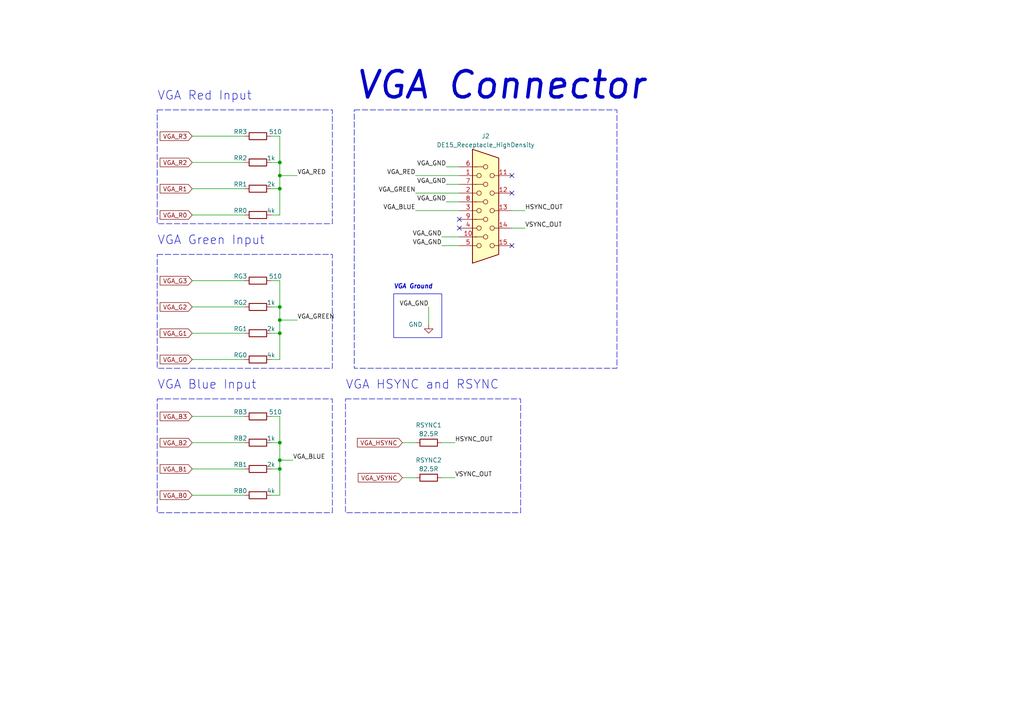
<source format=kicad_sch>
(kicad_sch (version 20230121) (generator eeschema)

  (uuid 6a2ca8c5-96d2-4f6a-bf94-56d2d63972ff)

  (paper "A4")

  (lib_symbols
    (symbol "Connector:DE15_Receptacle_HighDensity" (pin_names (offset 1.016) hide) (in_bom yes) (on_board yes)
      (property "Reference" "J" (at 0 21.59 0)
        (effects (font (size 1.27 1.27)))
      )
      (property "Value" "DE15_Receptacle_HighDensity" (at 0 19.05 0)
        (effects (font (size 1.27 1.27)))
      )
      (property "Footprint" "" (at -24.13 10.16 0)
        (effects (font (size 1.27 1.27)) hide)
      )
      (property "Datasheet" " ~" (at -24.13 10.16 0)
        (effects (font (size 1.27 1.27)) hide)
      )
      (property "ki_keywords" "connector  receptacle de15 VGA female D-SUB" (at 0 0 0)
        (effects (font (size 1.27 1.27)) hide)
      )
      (property "ki_description" "15-pin female receptacle socket D-SUB connector, High density (3 columns), Triple Row, Generic, VGA-connector" (at 0 0 0)
        (effects (font (size 1.27 1.27)) hide)
      )
      (property "ki_fp_filters" "DSUB*Female*" (at 0 0 0)
        (effects (font (size 1.27 1.27)) hide)
      )
      (symbol "DE15_Receptacle_HighDensity_0_1"
        (circle (center -1.905 -10.16) (radius 0.635)
          (stroke (width 0) (type default))
          (fill (type none))
        )
        (circle (center -1.905 -5.08) (radius 0.635)
          (stroke (width 0) (type default))
          (fill (type none))
        )
        (circle (center -1.905 0) (radius 0.635)
          (stroke (width 0) (type default))
          (fill (type none))
        )
        (circle (center -1.905 5.08) (radius 0.635)
          (stroke (width 0) (type default))
          (fill (type none))
        )
        (circle (center -1.905 10.16) (radius 0.635)
          (stroke (width 0) (type default))
          (fill (type none))
        )
        (circle (center 0 -7.62) (radius 0.635)
          (stroke (width 0) (type default))
          (fill (type none))
        )
        (circle (center 0 -2.54) (radius 0.635)
          (stroke (width 0) (type default))
          (fill (type none))
        )
        (polyline
          (pts
            (xy -3.175 7.62)
            (xy -0.635 7.62)
          )
          (stroke (width 0) (type default))
          (fill (type none))
        )
        (polyline
          (pts
            (xy -0.635 -7.62)
            (xy -3.175 -7.62)
          )
          (stroke (width 0) (type default))
          (fill (type none))
        )
        (polyline
          (pts
            (xy -0.635 -2.54)
            (xy -3.175 -2.54)
          )
          (stroke (width 0) (type default))
          (fill (type none))
        )
        (polyline
          (pts
            (xy -0.635 2.54)
            (xy -3.175 2.54)
          )
          (stroke (width 0) (type default))
          (fill (type none))
        )
        (polyline
          (pts
            (xy -0.635 12.7)
            (xy -3.175 12.7)
          )
          (stroke (width 0) (type default))
          (fill (type none))
        )
        (polyline
          (pts
            (xy -3.81 17.78)
            (xy -3.81 -15.24)
            (xy 3.81 -12.7)
            (xy 3.81 15.24)
            (xy -3.81 17.78)
          )
          (stroke (width 0.254) (type default))
          (fill (type background))
        )
        (circle (center 0 2.54) (radius 0.635)
          (stroke (width 0) (type default))
          (fill (type none))
        )
        (circle (center 0 7.62) (radius 0.635)
          (stroke (width 0) (type default))
          (fill (type none))
        )
        (circle (center 0 12.7) (radius 0.635)
          (stroke (width 0) (type default))
          (fill (type none))
        )
        (circle (center 1.905 -10.16) (radius 0.635)
          (stroke (width 0) (type default))
          (fill (type none))
        )
        (circle (center 1.905 -5.08) (radius 0.635)
          (stroke (width 0) (type default))
          (fill (type none))
        )
        (circle (center 1.905 0) (radius 0.635)
          (stroke (width 0) (type default))
          (fill (type none))
        )
        (circle (center 1.905 5.08) (radius 0.635)
          (stroke (width 0) (type default))
          (fill (type none))
        )
        (circle (center 1.905 10.16) (radius 0.635)
          (stroke (width 0) (type default))
          (fill (type none))
        )
      )
      (symbol "DE15_Receptacle_HighDensity_1_1"
        (pin passive line (at -7.62 10.16 0) (length 5.08)
          (name "~" (effects (font (size 1.27 1.27))))
          (number "1" (effects (font (size 1.27 1.27))))
        )
        (pin passive line (at -7.62 -7.62 0) (length 5.08)
          (name "~" (effects (font (size 1.27 1.27))))
          (number "10" (effects (font (size 1.27 1.27))))
        )
        (pin passive line (at 7.62 10.16 180) (length 5.08)
          (name "~" (effects (font (size 1.27 1.27))))
          (number "11" (effects (font (size 1.27 1.27))))
        )
        (pin passive line (at 7.62 5.08 180) (length 5.08)
          (name "~" (effects (font (size 1.27 1.27))))
          (number "12" (effects (font (size 1.27 1.27))))
        )
        (pin passive line (at 7.62 0 180) (length 5.08)
          (name "~" (effects (font (size 1.27 1.27))))
          (number "13" (effects (font (size 1.27 1.27))))
        )
        (pin passive line (at 7.62 -5.08 180) (length 5.08)
          (name "~" (effects (font (size 1.27 1.27))))
          (number "14" (effects (font (size 1.27 1.27))))
        )
        (pin passive line (at 7.62 -10.16 180) (length 5.08)
          (name "~" (effects (font (size 1.27 1.27))))
          (number "15" (effects (font (size 1.27 1.27))))
        )
        (pin passive line (at -7.62 5.08 0) (length 5.08)
          (name "~" (effects (font (size 1.27 1.27))))
          (number "2" (effects (font (size 1.27 1.27))))
        )
        (pin passive line (at -7.62 0 0) (length 5.08)
          (name "~" (effects (font (size 1.27 1.27))))
          (number "3" (effects (font (size 1.27 1.27))))
        )
        (pin passive line (at -7.62 -5.08 0) (length 5.08)
          (name "~" (effects (font (size 1.27 1.27))))
          (number "4" (effects (font (size 1.27 1.27))))
        )
        (pin passive line (at -7.62 -10.16 0) (length 5.08)
          (name "~" (effects (font (size 1.27 1.27))))
          (number "5" (effects (font (size 1.27 1.27))))
        )
        (pin passive line (at -7.62 12.7 0) (length 5.08)
          (name "~" (effects (font (size 1.27 1.27))))
          (number "6" (effects (font (size 1.27 1.27))))
        )
        (pin passive line (at -7.62 7.62 0) (length 5.08)
          (name "~" (effects (font (size 1.27 1.27))))
          (number "7" (effects (font (size 1.27 1.27))))
        )
        (pin passive line (at -7.62 2.54 0) (length 5.08)
          (name "~" (effects (font (size 1.27 1.27))))
          (number "8" (effects (font (size 1.27 1.27))))
        )
        (pin passive line (at -7.62 -2.54 0) (length 5.08)
          (name "~" (effects (font (size 1.27 1.27))))
          (number "9" (effects (font (size 1.27 1.27))))
        )
      )
    )
    (symbol "Device:R" (pin_numbers hide) (pin_names (offset 0)) (in_bom yes) (on_board yes)
      (property "Reference" "R" (at 2.032 0 90)
        (effects (font (size 1.27 1.27)))
      )
      (property "Value" "R" (at 0 0 90)
        (effects (font (size 1.27 1.27)))
      )
      (property "Footprint" "" (at -1.778 0 90)
        (effects (font (size 1.27 1.27)) hide)
      )
      (property "Datasheet" "~" (at 0 0 0)
        (effects (font (size 1.27 1.27)) hide)
      )
      (property "ki_keywords" "R res resistor" (at 0 0 0)
        (effects (font (size 1.27 1.27)) hide)
      )
      (property "ki_description" "Resistor" (at 0 0 0)
        (effects (font (size 1.27 1.27)) hide)
      )
      (property "ki_fp_filters" "R_*" (at 0 0 0)
        (effects (font (size 1.27 1.27)) hide)
      )
      (symbol "R_0_1"
        (rectangle (start -1.016 -2.54) (end 1.016 2.54)
          (stroke (width 0.254) (type default))
          (fill (type none))
        )
      )
      (symbol "R_1_1"
        (pin passive line (at 0 3.81 270) (length 1.27)
          (name "~" (effects (font (size 1.27 1.27))))
          (number "1" (effects (font (size 1.27 1.27))))
        )
        (pin passive line (at 0 -3.81 90) (length 1.27)
          (name "~" (effects (font (size 1.27 1.27))))
          (number "2" (effects (font (size 1.27 1.27))))
        )
      )
    )
    (symbol "power:GND" (power) (pin_names (offset 0)) (in_bom yes) (on_board yes)
      (property "Reference" "#PWR" (at 0 -6.35 0)
        (effects (font (size 1.27 1.27)) hide)
      )
      (property "Value" "GND" (at 0 -3.81 0)
        (effects (font (size 1.27 1.27)))
      )
      (property "Footprint" "" (at 0 0 0)
        (effects (font (size 1.27 1.27)) hide)
      )
      (property "Datasheet" "" (at 0 0 0)
        (effects (font (size 1.27 1.27)) hide)
      )
      (property "ki_keywords" "global power" (at 0 0 0)
        (effects (font (size 1.27 1.27)) hide)
      )
      (property "ki_description" "Power symbol creates a global label with name \"GND\" , ground" (at 0 0 0)
        (effects (font (size 1.27 1.27)) hide)
      )
      (symbol "GND_0_1"
        (polyline
          (pts
            (xy 0 0)
            (xy 0 -1.27)
            (xy 1.27 -1.27)
            (xy 0 -2.54)
            (xy -1.27 -1.27)
            (xy 0 -1.27)
          )
          (stroke (width 0) (type default))
          (fill (type none))
        )
      )
      (symbol "GND_1_1"
        (pin power_in line (at 0 0 270) (length 0) hide
          (name "GND" (effects (font (size 1.27 1.27))))
          (number "1" (effects (font (size 1.27 1.27))))
        )
      )
    )
  )


  (junction (at 81.153 133.477) (diameter 0) (color 0 0 0 0)
    (uuid 0cb4d17a-c711-445b-84ae-d307f67551bf)
  )
  (junction (at 81.153 136.017) (diameter 0) (color 0 0 0 0)
    (uuid 0ff979d1-1127-4277-9035-760e1d460ba9)
  )
  (junction (at 81.153 89.027) (diameter 0) (color 0 0 0 0)
    (uuid 44b5e671-3189-4071-858e-df1028931897)
  )
  (junction (at 81.153 54.737) (diameter 0) (color 0 0 0 0)
    (uuid 701b4fa8-e1ab-46a2-bd45-25dfe79a18d9)
  )
  (junction (at 81.153 50.927) (diameter 0) (color 0 0 0 0)
    (uuid b5dabcb7-81ac-4deb-9c5e-d91fe0f673c0)
  )
  (junction (at 81.153 47.117) (diameter 0) (color 0 0 0 0)
    (uuid b63d096b-6d82-4180-9fd2-320a5d281bc8)
  )
  (junction (at 81.153 128.397) (diameter 0) (color 0 0 0 0)
    (uuid bdb14323-3d2a-4a83-b56f-706f66e81e8f)
  )
  (junction (at 81.153 96.647) (diameter 0) (color 0 0 0 0)
    (uuid dd44be0b-aefe-4ce3-bde2-056075202cad)
  )
  (junction (at 81.153 92.837) (diameter 0) (color 0 0 0 0)
    (uuid f839b8b4-9e2e-40bb-be8a-801e54bccf6b)
  )

  (no_connect (at 148.463 50.927) (uuid 3fbc6f13-f443-4cba-acb3-356a2c63aa97))
  (no_connect (at 133.223 66.167) (uuid b1646b78-6fbf-47e2-b2bb-916d19dd7d45))
  (no_connect (at 148.463 71.247) (uuid cf3401cd-ffed-4f2a-9262-38934393056f))
  (no_connect (at 133.223 63.627) (uuid e63e5efa-a4e9-42b1-9aed-b297c7e3b570))
  (no_connect (at 148.463 56.007) (uuid fb9af7f4-6820-4128-89eb-74d16f3ec857))

  (wire (pts (xy 81.153 81.407) (xy 78.613 81.407))
    (stroke (width 0) (type default))
    (uuid 048735e4-3053-43a7-8499-cde6c7e54fb6)
  )
  (wire (pts (xy 78.613 96.647) (xy 81.153 96.647))
    (stroke (width 0) (type default))
    (uuid 077794a8-e47a-4c86-89e8-c6b862a40812)
  )
  (wire (pts (xy 120.523 50.927) (xy 133.223 50.927))
    (stroke (width 0) (type default))
    (uuid 0d3bb25d-7402-4be2-ae8c-8ed14f3e3a0b)
  )
  (wire (pts (xy 55.753 136.017) (xy 70.993 136.017))
    (stroke (width 0) (type default))
    (uuid 0f56f91d-d965-4c83-afdf-da8f2bb294ab)
  )
  (wire (pts (xy 78.613 128.397) (xy 81.153 128.397))
    (stroke (width 0) (type default))
    (uuid 11574b79-36a6-429e-9240-cfd0d2b824ba)
  )
  (wire (pts (xy 78.613 47.117) (xy 81.153 47.117))
    (stroke (width 0) (type default))
    (uuid 11de7877-74cd-4b77-b7ea-0648d711e0dc)
  )
  (wire (pts (xy 78.613 62.357) (xy 81.153 62.357))
    (stroke (width 0) (type default))
    (uuid 1443e4b9-d824-488a-827f-d88a52591167)
  )
  (wire (pts (xy 55.753 47.117) (xy 70.993 47.117))
    (stroke (width 0) (type default))
    (uuid 171732f5-590c-4583-bb8d-56fc752fab66)
  )
  (wire (pts (xy 128.143 138.557) (xy 131.953 138.557))
    (stroke (width 0) (type default))
    (uuid 186eda6d-c9c7-4e78-817b-1dab5c216ec6)
  )
  (wire (pts (xy 78.613 136.017) (xy 81.153 136.017))
    (stroke (width 0) (type default))
    (uuid 1a5f2841-4458-440f-96fc-7752d5d1cc80)
  )
  (wire (pts (xy 128.143 71.247) (xy 133.223 71.247))
    (stroke (width 0) (type default))
    (uuid 1c463dd4-5128-4b9e-a0f7-fdcb558753e9)
  )
  (wire (pts (xy 81.153 133.477) (xy 84.963 133.477))
    (stroke (width 0) (type default))
    (uuid 239f56be-3a1c-4f9f-a602-930d6f0cff05)
  )
  (wire (pts (xy 55.753 96.647) (xy 70.993 96.647))
    (stroke (width 0) (type default))
    (uuid 29848bb4-19c7-42a9-a673-55fc1425614b)
  )
  (wire (pts (xy 124.333 89.027) (xy 124.333 94.107))
    (stroke (width 0) (type default))
    (uuid 2bafc3b5-9d8c-4c0d-a469-c2fa01b525c7)
  )
  (wire (pts (xy 55.753 120.777) (xy 70.993 120.777))
    (stroke (width 0) (type default))
    (uuid 33e1cca0-976d-4277-a0b9-18feab98214e)
  )
  (wire (pts (xy 55.753 89.027) (xy 70.993 89.027))
    (stroke (width 0) (type default))
    (uuid 362a2e38-30da-46fc-abaf-f692221ac247)
  )
  (wire (pts (xy 81.153 50.927) (xy 81.153 47.117))
    (stroke (width 0) (type default))
    (uuid 390d9ffb-f707-41e8-a9d2-399043cb6229)
  )
  (wire (pts (xy 81.153 47.117) (xy 81.153 39.497))
    (stroke (width 0) (type default))
    (uuid 39a15c67-ea3e-47db-9a30-d7e15ac5e06e)
  )
  (wire (pts (xy 81.153 96.647) (xy 81.153 92.837))
    (stroke (width 0) (type default))
    (uuid 3a85f825-2f86-4e11-87bf-a700f6377c35)
  )
  (wire (pts (xy 81.153 136.017) (xy 81.153 133.477))
    (stroke (width 0) (type default))
    (uuid 3fba4a37-d64a-4e32-be09-7ac87c60fa4b)
  )
  (wire (pts (xy 81.153 62.357) (xy 81.153 54.737))
    (stroke (width 0) (type default))
    (uuid 400602a0-93d9-4362-8460-a3eb79193dfa)
  )
  (wire (pts (xy 78.613 104.267) (xy 81.153 104.267))
    (stroke (width 0) (type default))
    (uuid 49d4d194-7fbe-4eb6-a6dd-a19ec341f493)
  )
  (wire (pts (xy 55.753 143.637) (xy 70.993 143.637))
    (stroke (width 0) (type default))
    (uuid 517f2a48-901f-4ec3-be24-4e9897f5fea1)
  )
  (wire (pts (xy 78.613 54.737) (xy 81.153 54.737))
    (stroke (width 0) (type default))
    (uuid 536fe58b-f466-4a0d-9cdc-e07971e1816a)
  )
  (wire (pts (xy 120.523 61.087) (xy 133.223 61.087))
    (stroke (width 0) (type default))
    (uuid 549e2d6a-cad8-4fb3-a0e2-66c8470bb939)
  )
  (wire (pts (xy 81.153 39.497) (xy 78.613 39.497))
    (stroke (width 0) (type default))
    (uuid 58f7eec9-2fd9-421b-bef6-e0950424dbce)
  )
  (wire (pts (xy 55.753 54.737) (xy 70.993 54.737))
    (stroke (width 0) (type default))
    (uuid 5c7bf265-46a1-4ef2-883e-b743268c1731)
  )
  (wire (pts (xy 55.753 104.267) (xy 70.993 104.267))
    (stroke (width 0) (type default))
    (uuid 6663960f-8953-42a9-82e1-a5135c688c82)
  )
  (wire (pts (xy 148.463 66.167) (xy 152.273 66.167))
    (stroke (width 0) (type default))
    (uuid 6910f19c-4417-45fb-8035-e87158bb9145)
  )
  (wire (pts (xy 81.153 128.397) (xy 81.153 120.777))
    (stroke (width 0) (type default))
    (uuid 6a961767-73db-4fcf-bde1-442964307978)
  )
  (wire (pts (xy 120.523 56.007) (xy 133.223 56.007))
    (stroke (width 0) (type default))
    (uuid 6d93d64c-fb5c-4c91-a94c-2c39ac00fd5d)
  )
  (wire (pts (xy 81.153 133.477) (xy 81.153 128.397))
    (stroke (width 0) (type default))
    (uuid 755f0c71-7805-4b63-aff6-65ad3a519e11)
  )
  (wire (pts (xy 129.413 58.547) (xy 133.223 58.547))
    (stroke (width 0) (type default))
    (uuid 80449dfa-4840-4fd2-a1cd-c4b332eecbfb)
  )
  (wire (pts (xy 129.413 53.467) (xy 133.223 53.467))
    (stroke (width 0) (type default))
    (uuid 89a99297-f32f-4b93-8840-fba50633308d)
  )
  (wire (pts (xy 81.153 89.027) (xy 81.153 81.407))
    (stroke (width 0) (type default))
    (uuid 98b2aa28-091e-4351-a48f-01c0b0476d79)
  )
  (wire (pts (xy 78.613 89.027) (xy 81.153 89.027))
    (stroke (width 0) (type default))
    (uuid a090f8c9-6c04-4a55-879b-dbc665b44b7a)
  )
  (wire (pts (xy 81.153 92.837) (xy 81.153 89.027))
    (stroke (width 0) (type default))
    (uuid a14da147-198d-48f5-a9a1-94f6bda1d14d)
  )
  (wire (pts (xy 81.153 143.637) (xy 81.153 136.017))
    (stroke (width 0) (type default))
    (uuid a6c1cfd3-145b-4d83-ace7-34d773569f37)
  )
  (wire (pts (xy 55.753 39.497) (xy 70.993 39.497))
    (stroke (width 0) (type default))
    (uuid b1378216-734c-4133-ad44-fa435ac7fbc4)
  )
  (wire (pts (xy 78.613 143.637) (xy 81.153 143.637))
    (stroke (width 0) (type default))
    (uuid b2beb11d-295f-413a-b4d6-e99d000d6590)
  )
  (wire (pts (xy 81.153 92.837) (xy 86.233 92.837))
    (stroke (width 0) (type default))
    (uuid b6393e34-25da-4544-a9ab-0b264b16d06a)
  )
  (wire (pts (xy 148.463 61.087) (xy 152.273 61.087))
    (stroke (width 0) (type default))
    (uuid bd738dd9-78a3-4788-91ab-e576bea834e7)
  )
  (wire (pts (xy 55.753 81.407) (xy 70.993 81.407))
    (stroke (width 0) (type default))
    (uuid c000ffff-4026-4314-ad28-44b404dfd64d)
  )
  (wire (pts (xy 129.413 48.387) (xy 133.223 48.387))
    (stroke (width 0) (type default))
    (uuid c80dcd5b-24ab-4758-b1c3-53c104ea5a44)
  )
  (wire (pts (xy 81.153 54.737) (xy 81.153 50.927))
    (stroke (width 0) (type default))
    (uuid c9c5cd8f-0b82-45c5-864b-f8be928dc903)
  )
  (wire (pts (xy 81.153 50.927) (xy 86.233 50.927))
    (stroke (width 0) (type default))
    (uuid ca8abe0f-2749-4cac-b5d5-8ae2924093ad)
  )
  (wire (pts (xy 55.753 62.357) (xy 70.993 62.357))
    (stroke (width 0) (type default))
    (uuid d2bcf685-b8fa-4e73-b5f8-75da618e750e)
  )
  (wire (pts (xy 116.713 128.397) (xy 120.523 128.397))
    (stroke (width 0) (type default))
    (uuid d675cf0d-b732-40ee-8d50-9c95ffbdce69)
  )
  (wire (pts (xy 116.713 138.557) (xy 120.523 138.557))
    (stroke (width 0) (type default))
    (uuid da19a028-ca82-41a0-99ac-1d1b3e535a1a)
  )
  (wire (pts (xy 81.153 120.777) (xy 78.613 120.777))
    (stroke (width 0) (type default))
    (uuid dd771cbc-26d1-4619-a978-0afada54b11a)
  )
  (wire (pts (xy 55.753 128.397) (xy 70.993 128.397))
    (stroke (width 0) (type default))
    (uuid e061b555-176a-4d71-9c65-55a6678fc651)
  )
  (wire (pts (xy 128.143 68.707) (xy 133.223 68.707))
    (stroke (width 0) (type default))
    (uuid ef99da0a-2340-40a6-8fd1-7d780c220a86)
  )
  (wire (pts (xy 81.153 104.267) (xy 81.153 96.647))
    (stroke (width 0) (type default))
    (uuid f14fd1bc-f2c7-4640-b690-468271639ef8)
  )
  (wire (pts (xy 128.143 128.397) (xy 131.953 128.397))
    (stroke (width 0) (type default))
    (uuid fbfba3ef-9272-4c44-b3cf-acae4652bf7c)
  )

  (rectangle (start 102.743 31.877) (end 178.943 106.807)
    (stroke (width 0) (type dash))
    (fill (type none))
    (uuid 0663d3f2-238a-49d6-9fff-93ec00bad6a1)
  )
  (rectangle (start 45.593 115.697) (end 96.393 148.717)
    (stroke (width 0) (type dash))
    (fill (type none))
    (uuid 1c6026cc-30da-45e4-8a36-04ddd2cb6365)
  )
  (rectangle (start 45.593 31.877) (end 96.393 64.897)
    (stroke (width 0) (type dash))
    (fill (type none))
    (uuid 5c97e4c2-45ef-47a2-80da-bf54ca51a71c)
  )
  (rectangle (start 114.173 85.217) (end 128.143 97.917)
    (stroke (width 0) (type default))
    (fill (type none))
    (uuid 63b14b98-1b60-4ab3-a34c-7fc2902f37e2)
  )
  (rectangle (start 100.203 115.697) (end 151.003 148.717)
    (stroke (width 0) (type dash))
    (fill (type none))
    (uuid 70893f63-19d3-4029-ba8d-ccd7f2251fc1)
  )
  (rectangle (start 45.593 73.787) (end 96.393 106.807)
    (stroke (width 0) (type dash))
    (fill (type none))
    (uuid e4682397-799a-45c5-9a69-cf88ca114890)
  )

  (text "VGA Green Input\n" (at 45.593 71.247 0)
    (effects (font (size 2.54 2.54)) (justify left bottom))
    (uuid 5fdeb8fa-ef7b-41d4-9bb8-176029ab6954)
  )
  (text "VGA Blue Input\n" (at 45.593 113.157 0)
    (effects (font (size 2.54 2.54)) (justify left bottom))
    (uuid 9dc098fe-b7d5-4a2d-aa2a-411a3e76d473)
  )
  (text "VGA Red Input\n" (at 45.593 29.337 0)
    (effects (font (size 2.54 2.54)) (justify left bottom))
    (uuid a08bec00-4867-4336-9917-ea025ad75fb5)
  )
  (text "VGA Connector\n" (at 102.743 29.337 0)
    (effects (font (size 7.62 7.62) (thickness 1.016) bold italic) (justify left bottom))
    (uuid c046b1cb-d918-470f-8235-f608070366bf)
  )
  (text "VGA Ground\n" (at 114.173 83.947 0)
    (effects (font (size 1.27 1.27) (thickness 0.254) bold italic) (justify left bottom))
    (uuid d36fa52f-55fc-4bb5-8449-01fee405600a)
  )
  (text "VGA HSYNC and RSYNC\n" (at 100.203 113.157 0)
    (effects (font (size 2.54 2.54)) (justify left bottom))
    (uuid dbe9066a-ff59-4ffc-a68c-986723d7f9c4)
  )

  (label "VGA_GND" (at 128.143 71.247 180) (fields_autoplaced)
    (effects (font (size 1.27 1.27)) (justify right bottom))
    (uuid 1bbade11-9903-44fc-bdd1-8a166933c988)
  )
  (label "VGA_GREEN" (at 86.233 92.837 0) (fields_autoplaced)
    (effects (font (size 1.27 1.27)) (justify left bottom))
    (uuid 2e026cef-54c6-479b-8805-ff8ac18c126b)
  )
  (label "VGA_RED" (at 120.523 50.927 180) (fields_autoplaced)
    (effects (font (size 1.27 1.27)) (justify right bottom))
    (uuid 31e5b280-e388-4f5e-b66f-d0b24d70a847)
  )
  (label "VGA_BLUE" (at 120.523 61.087 180) (fields_autoplaced)
    (effects (font (size 1.27 1.27)) (justify right bottom))
    (uuid 351c0a6e-8f0f-443e-b1ab-2f34dd7dc675)
  )
  (label "VGA_GND" (at 129.413 48.387 180) (fields_autoplaced)
    (effects (font (size 1.27 1.27)) (justify right bottom))
    (uuid 3bf3a81c-1fad-4887-b843-e36d6b3f317b)
  )
  (label "VSYNC_OUT" (at 131.953 138.557 0) (fields_autoplaced)
    (effects (font (size 1.27 1.27)) (justify left bottom))
    (uuid 49343928-e62d-4435-8d1d-7e71b2f22a68)
  )
  (label "VGA_GND" (at 128.143 68.707 180) (fields_autoplaced)
    (effects (font (size 1.27 1.27)) (justify right bottom))
    (uuid 71fbebac-b5a6-4590-b6e3-0ebfd205ce93)
  )
  (label "VSYNC_OUT" (at 152.273 66.167 0) (fields_autoplaced)
    (effects (font (size 1.27 1.27)) (justify left bottom))
    (uuid 73fd4d24-33ee-4880-9463-4a7885e5b27c)
  )
  (label "VGA_GND" (at 129.413 58.547 180) (fields_autoplaced)
    (effects (font (size 1.27 1.27)) (justify right bottom))
    (uuid 852001f7-b6a1-4509-9a6b-6489b495b18a)
  )
  (label "HSYNC_OUT" (at 152.273 61.087 0) (fields_autoplaced)
    (effects (font (size 1.27 1.27)) (justify left bottom))
    (uuid 8c1d580d-b832-4e61-88d8-f99e25dd79b0)
  )
  (label "VGA_GND" (at 124.333 89.027 180) (fields_autoplaced)
    (effects (font (size 1.27 1.27)) (justify right bottom))
    (uuid a1b26140-3609-4b2b-a53d-d9812eed7ae6)
  )
  (label "HSYNC_OUT" (at 131.953 128.397 0) (fields_autoplaced)
    (effects (font (size 1.27 1.27)) (justify left bottom))
    (uuid a927d340-c229-4310-bb21-cd2473055f36)
  )
  (label "VGA_GND" (at 129.413 53.467 180) (fields_autoplaced)
    (effects (font (size 1.27 1.27)) (justify right bottom))
    (uuid b2d149e9-9b6d-4fec-961a-5220db594100)
  )
  (label "VGA_GREEN" (at 120.523 56.007 180) (fields_autoplaced)
    (effects (font (size 1.27 1.27)) (justify right bottom))
    (uuid ed9ad86b-0a99-4c1f-9a58-9ca08d089fbe)
  )
  (label "VGA_RED" (at 86.233 50.927 0) (fields_autoplaced)
    (effects (font (size 1.27 1.27)) (justify left bottom))
    (uuid f4359a31-1d9a-40ed-8cc2-79a2c0052961)
  )
  (label "VGA_BLUE" (at 84.963 133.477 0) (fields_autoplaced)
    (effects (font (size 1.27 1.27)) (justify left bottom))
    (uuid fc4e784a-14c9-4d82-b660-9da540973f5a)
  )

  (global_label "VGA_B2" (shape input) (at 55.753 128.397 180) (fields_autoplaced)
    (effects (font (size 1.27 1.27)) (justify right))
    (uuid 16d60292-c669-426b-b2bc-6789a0760c57)
    (property "Intersheetrefs" "${INTERSHEET_REFS}" (at 45.9529 128.397 0)
      (effects (font (size 1.27 1.27)) (justify right) hide)
    )
  )
  (global_label "VGA_B3" (shape input) (at 55.753 120.777 180) (fields_autoplaced)
    (effects (font (size 1.27 1.27)) (justify right))
    (uuid 197922ba-92d2-4547-9e33-e56736646897)
    (property "Intersheetrefs" "${INTERSHEET_REFS}" (at 45.9529 120.777 0)
      (effects (font (size 1.27 1.27)) (justify right) hide)
    )
  )
  (global_label "VGA_B0" (shape input) (at 55.753 143.637 180) (fields_autoplaced)
    (effects (font (size 1.27 1.27)) (justify right))
    (uuid 337d4f18-e2f9-4105-81a2-79db03f73b54)
    (property "Intersheetrefs" "${INTERSHEET_REFS}" (at 45.9529 143.637 0)
      (effects (font (size 1.27 1.27)) (justify right) hide)
    )
  )
  (global_label "VGA_G1" (shape input) (at 55.753 96.647 180) (fields_autoplaced)
    (effects (font (size 1.27 1.27)) (justify right))
    (uuid 46631e35-9cbb-4c05-a97c-285fa2d5e192)
    (property "Intersheetrefs" "${INTERSHEET_REFS}" (at 45.9529 96.647 0)
      (effects (font (size 1.27 1.27)) (justify right) hide)
    )
  )
  (global_label "VGA_B1" (shape input) (at 55.753 136.017 180) (fields_autoplaced)
    (effects (font (size 1.27 1.27)) (justify right))
    (uuid 61ec2b47-7870-4a34-a5e9-81054f4efaa4)
    (property "Intersheetrefs" "${INTERSHEET_REFS}" (at 45.9529 136.017 0)
      (effects (font (size 1.27 1.27)) (justify right) hide)
    )
  )
  (global_label "VGA_R1" (shape input) (at 55.753 54.737 180) (fields_autoplaced)
    (effects (font (size 1.27 1.27)) (justify right))
    (uuid 63d7b047-8c97-48cb-a1b6-87b48f784979)
    (property "Intersheetrefs" "${INTERSHEET_REFS}" (at 45.9529 54.737 0)
      (effects (font (size 1.27 1.27)) (justify right) hide)
    )
  )
  (global_label "VGA_VSYNC" (shape input) (at 116.713 138.557 180) (fields_autoplaced)
    (effects (font (size 1.27 1.27)) (justify right))
    (uuid 9841071d-bf29-41cc-8eee-088b3f588c4c)
    (property "Intersheetrefs" "${INTERSHEET_REFS}" (at 103.4052 138.557 0)
      (effects (font (size 1.27 1.27)) (justify right) hide)
    )
  )
  (global_label "VGA_G3" (shape input) (at 55.753 81.407 180) (fields_autoplaced)
    (effects (font (size 1.27 1.27)) (justify right))
    (uuid b6404851-02d0-47f2-8a8f-934bdfa6da3d)
    (property "Intersheetrefs" "${INTERSHEET_REFS}" (at 45.9529 81.407 0)
      (effects (font (size 1.27 1.27)) (justify right) hide)
    )
  )
  (global_label "VGA_G2" (shape input) (at 55.753 89.027 180) (fields_autoplaced)
    (effects (font (size 1.27 1.27)) (justify right))
    (uuid bc93e66e-8fd3-4892-b7c9-176ad176b3f4)
    (property "Intersheetrefs" "${INTERSHEET_REFS}" (at 45.9529 89.027 0)
      (effects (font (size 1.27 1.27)) (justify right) hide)
    )
  )
  (global_label "VGA_HSYNC" (shape input) (at 116.713 128.397 180) (fields_autoplaced)
    (effects (font (size 1.27 1.27)) (justify right))
    (uuid be5e7e63-25f2-4bcb-9b35-b8ea27a871dd)
    (property "Intersheetrefs" "${INTERSHEET_REFS}" (at 103.1633 128.397 0)
      (effects (font (size 1.27 1.27)) (justify right) hide)
    )
  )
  (global_label "VGA_R2" (shape input) (at 55.753 47.117 180) (fields_autoplaced)
    (effects (font (size 1.27 1.27)) (justify right))
    (uuid c6fc1b96-cd67-4552-9fbe-4530d7a3e22d)
    (property "Intersheetrefs" "${INTERSHEET_REFS}" (at 45.9529 47.117 0)
      (effects (font (size 1.27 1.27)) (justify right) hide)
    )
  )
  (global_label "VGA_R0" (shape input) (at 55.753 62.357 180) (fields_autoplaced)
    (effects (font (size 1.27 1.27)) (justify right))
    (uuid c71ab6af-e67a-4ba8-8b27-f2caf42681aa)
    (property "Intersheetrefs" "${INTERSHEET_REFS}" (at 45.9529 62.357 0)
      (effects (font (size 1.27 1.27)) (justify right) hide)
    )
  )
  (global_label "VGA_R3" (shape input) (at 55.753 39.497 180) (fields_autoplaced)
    (effects (font (size 1.27 1.27)) (justify right))
    (uuid d45d8a30-9172-427c-8d24-3e1cb85b9d4f)
    (property "Intersheetrefs" "${INTERSHEET_REFS}" (at 45.9529 39.497 0)
      (effects (font (size 1.27 1.27)) (justify right) hide)
    )
  )
  (global_label "VGA_G0" (shape input) (at 55.753 104.267 180) (fields_autoplaced)
    (effects (font (size 1.27 1.27)) (justify right))
    (uuid fa286f45-5843-4fce-81ee-c4b169e48abc)
    (property "Intersheetrefs" "${INTERSHEET_REFS}" (at 45.9529 104.267 0)
      (effects (font (size 1.27 1.27)) (justify right) hide)
    )
  )

  (symbol (lib_id "Device:R") (at 74.803 54.737 90) (unit 1)
    (in_bom yes) (on_board yes) (dnp no)
    (uuid 0399432e-b2de-485b-86da-0a37f2ee6fe4)
    (property "Reference" "RR1" (at 69.723 53.467 90)
      (effects (font (size 1.27 1.27)))
    )
    (property "Value" "2k" (at 78.613 53.467 90)
      (effects (font (size 1.27 1.27)))
    )
    (property "Footprint" "Resistor_SMD:R_0201_0603Metric" (at 74.803 56.515 90)
      (effects (font (size 1.27 1.27)) hide)
    )
    (property "Datasheet" "~" (at 74.803 54.737 0)
      (effects (font (size 1.27 1.27)) hide)
    )
    (pin "1" (uuid e945534b-ec61-4986-afb8-0c8904355dda))
    (pin "2" (uuid b3f8a06d-2749-46f7-acda-e75a6fc02cec))
    (instances
      (project "XilinxFPGADevelopmentBoard"
        (path "/f6b73657-9d75-4843-8bea-bd4600fe883e/97b1f4b6-f0d1-49ea-9c48-12d1bc238deb"
          (reference "RR1") (unit 1)
        )
      )
    )
  )

  (symbol (lib_id "Device:R") (at 124.333 128.397 90) (unit 1)
    (in_bom yes) (on_board yes) (dnp no) (fields_autoplaced)
    (uuid 13e9364f-7a3b-4ec5-b45f-0a51889fbe2f)
    (property "Reference" "RSYNC1" (at 124.333 123.317 90)
      (effects (font (size 1.27 1.27)))
    )
    (property "Value" "82.5R" (at 124.333 125.857 90)
      (effects (font (size 1.27 1.27)))
    )
    (property "Footprint" "Resistor_SMD:R_0201_0603Metric" (at 124.333 130.175 90)
      (effects (font (size 1.27 1.27)) hide)
    )
    (property "Datasheet" "~" (at 124.333 128.397 0)
      (effects (font (size 1.27 1.27)) hide)
    )
    (pin "1" (uuid 96abb1c4-7787-4c0e-8b0f-814ad5061a39))
    (pin "2" (uuid 353d3030-c9bc-4578-8d9a-d4efa589cea7))
    (instances
      (project "XilinxFPGADevelopmentBoard"
        (path "/f6b73657-9d75-4843-8bea-bd4600fe883e/97b1f4b6-f0d1-49ea-9c48-12d1bc238deb"
          (reference "RSYNC1") (unit 1)
        )
      )
    )
  )

  (symbol (lib_id "Device:R") (at 74.803 143.637 90) (unit 1)
    (in_bom yes) (on_board yes) (dnp no)
    (uuid 1ac3e661-e015-4566-af62-49f94acbad50)
    (property "Reference" "RB0" (at 69.723 142.367 90)
      (effects (font (size 1.27 1.27)))
    )
    (property "Value" "4k" (at 78.613 142.367 90)
      (effects (font (size 1.27 1.27)))
    )
    (property "Footprint" "Resistor_SMD:R_0201_0603Metric" (at 74.803 145.415 90)
      (effects (font (size 1.27 1.27)) hide)
    )
    (property "Datasheet" "~" (at 74.803 143.637 0)
      (effects (font (size 1.27 1.27)) hide)
    )
    (pin "1" (uuid bd06c751-0be7-43e0-a458-a46b8c740a13))
    (pin "2" (uuid 4c755bbe-b4c6-4845-b911-9d3f7eee9b48))
    (instances
      (project "XilinxFPGADevelopmentBoard"
        (path "/f6b73657-9d75-4843-8bea-bd4600fe883e/97b1f4b6-f0d1-49ea-9c48-12d1bc238deb"
          (reference "RB0") (unit 1)
        )
      )
    )
  )

  (symbol (lib_id "Device:R") (at 74.803 62.357 90) (unit 1)
    (in_bom yes) (on_board yes) (dnp no)
    (uuid 300fb6ad-df88-44dd-9386-dae7eeed0743)
    (property "Reference" "RR0" (at 69.723 61.087 90)
      (effects (font (size 1.27 1.27)))
    )
    (property "Value" "4k" (at 78.613 61.087 90)
      (effects (font (size 1.27 1.27)))
    )
    (property "Footprint" "Resistor_SMD:R_0201_0603Metric" (at 74.803 64.135 90)
      (effects (font (size 1.27 1.27)) hide)
    )
    (property "Datasheet" "~" (at 74.803 62.357 0)
      (effects (font (size 1.27 1.27)) hide)
    )
    (pin "1" (uuid 662f0891-dc79-44b7-9ee8-c3698a65f3e1))
    (pin "2" (uuid 8fa1d122-7322-4457-8044-51217a98533f))
    (instances
      (project "XilinxFPGADevelopmentBoard"
        (path "/f6b73657-9d75-4843-8bea-bd4600fe883e/97b1f4b6-f0d1-49ea-9c48-12d1bc238deb"
          (reference "RR0") (unit 1)
        )
      )
    )
  )

  (symbol (lib_id "Device:R") (at 74.803 120.777 90) (unit 1)
    (in_bom yes) (on_board yes) (dnp no)
    (uuid 39a18ff6-2a49-485a-9305-36babf3263ad)
    (property "Reference" "RB3" (at 69.723 119.507 90)
      (effects (font (size 1.27 1.27)))
    )
    (property "Value" "510" (at 79.883 119.507 90)
      (effects (font (size 1.27 1.27)))
    )
    (property "Footprint" "Resistor_SMD:R_0201_0603Metric" (at 74.803 122.555 90)
      (effects (font (size 1.27 1.27)) hide)
    )
    (property "Datasheet" "~" (at 74.803 120.777 0)
      (effects (font (size 1.27 1.27)) hide)
    )
    (pin "1" (uuid 2def3036-b62e-4397-82a0-cd7fc64218a7))
    (pin "2" (uuid 7cc92548-3c3f-4939-9734-f6b6264bdb3f))
    (instances
      (project "XilinxFPGADevelopmentBoard"
        (path "/f6b73657-9d75-4843-8bea-bd4600fe883e/97b1f4b6-f0d1-49ea-9c48-12d1bc238deb"
          (reference "RB3") (unit 1)
        )
      )
    )
  )

  (symbol (lib_id "power:GND") (at 124.333 94.107 0) (unit 1)
    (in_bom yes) (on_board yes) (dnp no)
    (uuid 4e6e4c6a-92bc-4fa9-9cfd-5e104513c837)
    (property "Reference" "#PWR02" (at 124.333 100.457 0)
      (effects (font (size 1.27 1.27)) hide)
    )
    (property "Value" "GND" (at 120.523 94.107 0)
      (effects (font (size 1.27 1.27)))
    )
    (property "Footprint" "" (at 124.333 94.107 0)
      (effects (font (size 1.27 1.27)) hide)
    )
    (property "Datasheet" "" (at 124.333 94.107 0)
      (effects (font (size 1.27 1.27)) hide)
    )
    (pin "1" (uuid 9546e89f-f470-4660-89ce-d5682287d6c9))
    (instances
      (project "XilinxFPGADevelopmentBoard"
        (path "/f6b73657-9d75-4843-8bea-bd4600fe883e/97b1f4b6-f0d1-49ea-9c48-12d1bc238deb"
          (reference "#PWR02") (unit 1)
        )
      )
    )
  )

  (symbol (lib_id "Connector:DE15_Receptacle_HighDensity") (at 140.843 61.087 0) (unit 1)
    (in_bom yes) (on_board yes) (dnp no) (fields_autoplaced)
    (uuid 53d332b4-1067-4bf6-b132-e5e7b629c56f)
    (property "Reference" "J2" (at 140.843 39.497 0)
      (effects (font (size 1.27 1.27)))
    )
    (property "Value" "DE15_Receptacle_HighDensity" (at 140.843 42.037 0)
      (effects (font (size 1.27 1.27)))
    )
    (property "Footprint" "Connector_Dsub:DSUB-15_Female_Horizontal_P2.77x2.84mm_EdgePinOffset14.56mm_Housed_MountingHolesOffset15.98mm" (at 116.713 50.927 0)
      (effects (font (size 1.27 1.27)) hide)
    )
    (property "Datasheet" " ~" (at 116.713 50.927 0)
      (effects (font (size 1.27 1.27)) hide)
    )
    (pin "1" (uuid 7697f058-fa6d-41c3-9dbf-aee25bdd2ba1))
    (pin "10" (uuid 3aa636cf-1c44-48e9-bef8-2df1306e7535))
    (pin "11" (uuid 996221c8-110c-4373-8470-eac468381f98))
    (pin "12" (uuid c2382a3f-d3a7-4f4a-9116-5e035fbe5b8d))
    (pin "13" (uuid 47eb0992-b3d7-408a-9d4b-c85fa0db4350))
    (pin "14" (uuid 167b5a3a-a956-48db-a65c-71d830258848))
    (pin "15" (uuid 55c8c4c8-5923-48f5-a0ad-ff9698550f8b))
    (pin "2" (uuid 1f5b5e79-5fe2-420c-a5d3-0e0cb43f5742))
    (pin "3" (uuid c739df09-5fe4-4588-aef4-8c16bd966a52))
    (pin "4" (uuid c93fb14a-35c2-4d4b-b188-76774be33fac))
    (pin "5" (uuid eb4ccdcb-1b53-4aac-b4dc-1a21bc1da80c))
    (pin "6" (uuid d59206cd-f23c-4e08-98f6-be80a9c2fe9c))
    (pin "7" (uuid 9c4db501-f343-4f82-a3fe-8b110fcb9a3c))
    (pin "8" (uuid 7b8df890-5a8a-4b99-8daa-6a3c91b84d08))
    (pin "9" (uuid 1c88b1d5-949c-440c-9edf-8a8a6328f28e))
    (instances
      (project "XilinxFPGADevelopmentBoard"
        (path "/f6b73657-9d75-4843-8bea-bd4600fe883e/97b1f4b6-f0d1-49ea-9c48-12d1bc238deb"
          (reference "J2") (unit 1)
        )
      )
    )
  )

  (symbol (lib_id "Device:R") (at 74.803 89.027 90) (unit 1)
    (in_bom yes) (on_board yes) (dnp no)
    (uuid 804d860e-9982-4888-921f-ee4283b05bd0)
    (property "Reference" "RG2" (at 69.723 87.757 90)
      (effects (font (size 1.27 1.27)))
    )
    (property "Value" "1k" (at 78.613 87.757 90)
      (effects (font (size 1.27 1.27)))
    )
    (property "Footprint" "Resistor_SMD:R_0201_0603Metric" (at 74.803 90.805 90)
      (effects (font (size 1.27 1.27)) hide)
    )
    (property "Datasheet" "~" (at 74.803 89.027 0)
      (effects (font (size 1.27 1.27)) hide)
    )
    (pin "1" (uuid ac31627b-2e0a-479f-9905-cab0948c5899))
    (pin "2" (uuid 083647f9-95c9-4dc5-a4b6-f71b135e3d6b))
    (instances
      (project "XilinxFPGADevelopmentBoard"
        (path "/f6b73657-9d75-4843-8bea-bd4600fe883e/97b1f4b6-f0d1-49ea-9c48-12d1bc238deb"
          (reference "RG2") (unit 1)
        )
      )
    )
  )

  (symbol (lib_id "Device:R") (at 74.803 39.497 90) (unit 1)
    (in_bom yes) (on_board yes) (dnp no)
    (uuid 902c57c5-48e5-4f94-9b7e-a33668086d14)
    (property "Reference" "RR3" (at 69.723 38.227 90)
      (effects (font (size 1.27 1.27)))
    )
    (property "Value" "510" (at 79.883 38.227 90)
      (effects (font (size 1.27 1.27)))
    )
    (property "Footprint" "Resistor_SMD:R_0201_0603Metric" (at 74.803 41.275 90)
      (effects (font (size 1.27 1.27)) hide)
    )
    (property "Datasheet" "~" (at 74.803 39.497 0)
      (effects (font (size 1.27 1.27)) hide)
    )
    (pin "1" (uuid 13262aed-c724-4ae2-9378-aed673838be7))
    (pin "2" (uuid 2f590da3-b252-4ecd-a0ce-fcb8a5cd7596))
    (instances
      (project "XilinxFPGADevelopmentBoard"
        (path "/f6b73657-9d75-4843-8bea-bd4600fe883e/97b1f4b6-f0d1-49ea-9c48-12d1bc238deb"
          (reference "RR3") (unit 1)
        )
      )
    )
  )

  (symbol (lib_id "Device:R") (at 74.803 136.017 90) (unit 1)
    (in_bom yes) (on_board yes) (dnp no)
    (uuid 9c94d334-b718-4e2a-bcf1-1c4bbb7f87dd)
    (property "Reference" "RB1" (at 69.723 134.747 90)
      (effects (font (size 1.27 1.27)))
    )
    (property "Value" "2k" (at 78.613 134.747 90)
      (effects (font (size 1.27 1.27)))
    )
    (property "Footprint" "Resistor_SMD:R_0201_0603Metric" (at 74.803 137.795 90)
      (effects (font (size 1.27 1.27)) hide)
    )
    (property "Datasheet" "~" (at 74.803 136.017 0)
      (effects (font (size 1.27 1.27)) hide)
    )
    (pin "1" (uuid 157bce21-5388-4159-b28d-2398b44b9644))
    (pin "2" (uuid e184283d-01d2-4a5c-8a4d-206b8af0ae54))
    (instances
      (project "XilinxFPGADevelopmentBoard"
        (path "/f6b73657-9d75-4843-8bea-bd4600fe883e/97b1f4b6-f0d1-49ea-9c48-12d1bc238deb"
          (reference "RB1") (unit 1)
        )
      )
    )
  )

  (symbol (lib_id "Device:R") (at 74.803 128.397 90) (unit 1)
    (in_bom yes) (on_board yes) (dnp no)
    (uuid b69104d9-d510-4319-a146-d93308e53897)
    (property "Reference" "RB2" (at 69.723 127.127 90)
      (effects (font (size 1.27 1.27)))
    )
    (property "Value" "1k" (at 78.613 127.127 90)
      (effects (font (size 1.27 1.27)))
    )
    (property "Footprint" "Resistor_SMD:R_0201_0603Metric" (at 74.803 130.175 90)
      (effects (font (size 1.27 1.27)) hide)
    )
    (property "Datasheet" "~" (at 74.803 128.397 0)
      (effects (font (size 1.27 1.27)) hide)
    )
    (pin "1" (uuid f4ba6c77-e257-4362-bf39-2ca49124bbc3))
    (pin "2" (uuid 15c8b0ed-ec6b-452f-a237-edb4b6b37620))
    (instances
      (project "XilinxFPGADevelopmentBoard"
        (path "/f6b73657-9d75-4843-8bea-bd4600fe883e/97b1f4b6-f0d1-49ea-9c48-12d1bc238deb"
          (reference "RB2") (unit 1)
        )
      )
    )
  )

  (symbol (lib_id "Device:R") (at 74.803 96.647 90) (unit 1)
    (in_bom yes) (on_board yes) (dnp no)
    (uuid bcad3565-ffb3-4d75-a84a-ce70ddbaf69a)
    (property "Reference" "RG1" (at 69.723 95.377 90)
      (effects (font (size 1.27 1.27)))
    )
    (property "Value" "2k" (at 78.613 95.377 90)
      (effects (font (size 1.27 1.27)))
    )
    (property "Footprint" "Resistor_SMD:R_0201_0603Metric" (at 74.803 98.425 90)
      (effects (font (size 1.27 1.27)) hide)
    )
    (property "Datasheet" "~" (at 74.803 96.647 0)
      (effects (font (size 1.27 1.27)) hide)
    )
    (pin "1" (uuid 7efd8494-3687-4ce3-99fe-97627ff84d22))
    (pin "2" (uuid 115c86b0-d1a1-4898-81e9-dd9224f18def))
    (instances
      (project "XilinxFPGADevelopmentBoard"
        (path "/f6b73657-9d75-4843-8bea-bd4600fe883e/97b1f4b6-f0d1-49ea-9c48-12d1bc238deb"
          (reference "RG1") (unit 1)
        )
      )
    )
  )

  (symbol (lib_id "Device:R") (at 74.803 104.267 90) (unit 1)
    (in_bom yes) (on_board yes) (dnp no)
    (uuid c045966b-727b-4f80-9018-770e72c766d8)
    (property "Reference" "RG0" (at 69.723 102.997 90)
      (effects (font (size 1.27 1.27)))
    )
    (property "Value" "4k" (at 78.613 102.997 90)
      (effects (font (size 1.27 1.27)))
    )
    (property "Footprint" "Resistor_SMD:R_0201_0603Metric" (at 74.803 106.045 90)
      (effects (font (size 1.27 1.27)) hide)
    )
    (property "Datasheet" "~" (at 74.803 104.267 0)
      (effects (font (size 1.27 1.27)) hide)
    )
    (pin "1" (uuid 855bb7f3-2a1f-47bc-8917-cfe0c9200de5))
    (pin "2" (uuid 0c26117a-d5e3-492c-badd-cdc316447222))
    (instances
      (project "XilinxFPGADevelopmentBoard"
        (path "/f6b73657-9d75-4843-8bea-bd4600fe883e/97b1f4b6-f0d1-49ea-9c48-12d1bc238deb"
          (reference "RG0") (unit 1)
        )
      )
    )
  )

  (symbol (lib_id "Device:R") (at 74.803 47.117 90) (unit 1)
    (in_bom yes) (on_board yes) (dnp no)
    (uuid d0ece4fd-c020-4668-b252-8b92d267ed62)
    (property "Reference" "RR2" (at 69.723 45.847 90)
      (effects (font (size 1.27 1.27)))
    )
    (property "Value" "1k" (at 78.613 45.847 90)
      (effects (font (size 1.27 1.27)))
    )
    (property "Footprint" "Resistor_SMD:R_0201_0603Metric" (at 74.803 48.895 90)
      (effects (font (size 1.27 1.27)) hide)
    )
    (property "Datasheet" "~" (at 74.803 47.117 0)
      (effects (font (size 1.27 1.27)) hide)
    )
    (pin "1" (uuid ee7a3c20-460e-4c05-8038-e731b7227d98))
    (pin "2" (uuid 38700ff6-9e18-4a4c-aaa3-1bcc78b672d9))
    (instances
      (project "XilinxFPGADevelopmentBoard"
        (path "/f6b73657-9d75-4843-8bea-bd4600fe883e/97b1f4b6-f0d1-49ea-9c48-12d1bc238deb"
          (reference "RR2") (unit 1)
        )
      )
    )
  )

  (symbol (lib_id "Device:R") (at 124.333 138.557 90) (unit 1)
    (in_bom yes) (on_board yes) (dnp no) (fields_autoplaced)
    (uuid e458b522-2051-4241-a057-b5b842ed95ae)
    (property "Reference" "RSYNC2" (at 124.333 133.477 90)
      (effects (font (size 1.27 1.27)))
    )
    (property "Value" "82.5R" (at 124.333 136.017 90)
      (effects (font (size 1.27 1.27)))
    )
    (property "Footprint" "Resistor_SMD:R_0201_0603Metric" (at 124.333 140.335 90)
      (effects (font (size 1.27 1.27)) hide)
    )
    (property "Datasheet" "~" (at 124.333 138.557 0)
      (effects (font (size 1.27 1.27)) hide)
    )
    (pin "1" (uuid 85509119-7a39-4165-b467-8f9c674a3799))
    (pin "2" (uuid d5b9e2a1-016f-42f7-a543-a1d8e15f0ad2))
    (instances
      (project "XilinxFPGADevelopmentBoard"
        (path "/f6b73657-9d75-4843-8bea-bd4600fe883e/97b1f4b6-f0d1-49ea-9c48-12d1bc238deb"
          (reference "RSYNC2") (unit 1)
        )
      )
    )
  )

  (symbol (lib_id "Device:R") (at 74.803 81.407 90) (unit 1)
    (in_bom yes) (on_board yes) (dnp no)
    (uuid fd6009fd-874b-4068-bc63-a1e0e002cd7c)
    (property "Reference" "RG3" (at 69.723 80.137 90)
      (effects (font (size 1.27 1.27)))
    )
    (property "Value" "510" (at 79.883 80.137 90)
      (effects (font (size 1.27 1.27)))
    )
    (property "Footprint" "Resistor_SMD:R_0201_0603Metric" (at 74.803 83.185 90)
      (effects (font (size 1.27 1.27)) hide)
    )
    (property "Datasheet" "~" (at 74.803 81.407 0)
      (effects (font (size 1.27 1.27)) hide)
    )
    (pin "1" (uuid f459f011-54e5-495e-897e-3bbbd7d7360a))
    (pin "2" (uuid d3bbd27f-7317-4f89-ae38-a06d98c9b965))
    (instances
      (project "XilinxFPGADevelopmentBoard"
        (path "/f6b73657-9d75-4843-8bea-bd4600fe883e/97b1f4b6-f0d1-49ea-9c48-12d1bc238deb"
          (reference "RG3") (unit 1)
        )
      )
    )
  )
)

</source>
